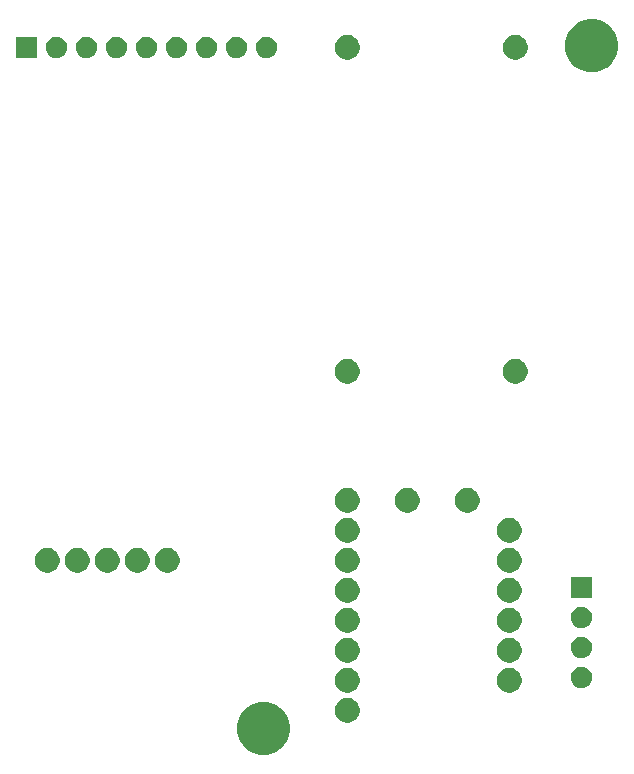
<source format=gbr>
G04 #@! TF.GenerationSoftware,KiCad,Pcbnew,(5.1.5)-3*
G04 #@! TF.CreationDate,2020-02-27T11:18:57-07:00*
G04 #@! TF.ProjectId,matildaboard,6d617469-6c64-4616-926f-6172642e6b69,rev?*
G04 #@! TF.SameCoordinates,Original*
G04 #@! TF.FileFunction,Soldermask,Top*
G04 #@! TF.FilePolarity,Negative*
%FSLAX46Y46*%
G04 Gerber Fmt 4.6, Leading zero omitted, Abs format (unit mm)*
G04 Created by KiCad (PCBNEW (5.1.5)-3) date 2020-02-27 11:18:57*
%MOMM*%
%LPD*%
G04 APERTURE LIST*
%ADD10C,0.100000*%
G04 APERTURE END LIST*
D10*
G36*
X140991880Y-104947776D02*
G01*
X141372593Y-105023504D01*
X141782249Y-105193189D01*
X142150929Y-105439534D01*
X142464466Y-105753071D01*
X142710811Y-106121751D01*
X142880496Y-106531407D01*
X142967000Y-106966296D01*
X142967000Y-107409704D01*
X142880496Y-107844593D01*
X142710811Y-108254249D01*
X142464466Y-108622929D01*
X142150929Y-108936466D01*
X141782249Y-109182811D01*
X141372593Y-109352496D01*
X140991880Y-109428224D01*
X140937705Y-109439000D01*
X140494295Y-109439000D01*
X140440120Y-109428224D01*
X140059407Y-109352496D01*
X139649751Y-109182811D01*
X139281071Y-108936466D01*
X138967534Y-108622929D01*
X138721189Y-108254249D01*
X138551504Y-107844593D01*
X138465000Y-107409704D01*
X138465000Y-106966296D01*
X138551504Y-106531407D01*
X138721189Y-106121751D01*
X138967534Y-105753071D01*
X139281071Y-105439534D01*
X139649751Y-105193189D01*
X140059407Y-105023504D01*
X140440120Y-104947776D01*
X140494295Y-104937000D01*
X140937705Y-104937000D01*
X140991880Y-104947776D01*
G37*
G36*
X148134564Y-104653389D02*
G01*
X148325833Y-104732615D01*
X148325835Y-104732616D01*
X148497973Y-104847635D01*
X148644365Y-104994027D01*
X148739897Y-105137000D01*
X148759385Y-105166167D01*
X148838611Y-105357436D01*
X148879000Y-105560484D01*
X148879000Y-105767516D01*
X148838611Y-105970564D01*
X148801247Y-106060769D01*
X148759384Y-106161835D01*
X148644365Y-106333973D01*
X148497973Y-106480365D01*
X148325835Y-106595384D01*
X148325834Y-106595385D01*
X148325833Y-106595385D01*
X148134564Y-106674611D01*
X147931516Y-106715000D01*
X147724484Y-106715000D01*
X147521436Y-106674611D01*
X147330167Y-106595385D01*
X147330166Y-106595385D01*
X147330165Y-106595384D01*
X147158027Y-106480365D01*
X147011635Y-106333973D01*
X146896616Y-106161835D01*
X146854753Y-106060769D01*
X146817389Y-105970564D01*
X146777000Y-105767516D01*
X146777000Y-105560484D01*
X146817389Y-105357436D01*
X146896615Y-105166167D01*
X146916104Y-105137000D01*
X147011635Y-104994027D01*
X147158027Y-104847635D01*
X147330165Y-104732616D01*
X147330167Y-104732615D01*
X147521436Y-104653389D01*
X147724484Y-104613000D01*
X147931516Y-104613000D01*
X148134564Y-104653389D01*
G37*
G36*
X148134564Y-102113389D02*
G01*
X148325833Y-102192615D01*
X148325835Y-102192616D01*
X148497973Y-102307635D01*
X148644365Y-102454027D01*
X148746705Y-102607189D01*
X148759385Y-102626167D01*
X148838611Y-102817436D01*
X148879000Y-103020484D01*
X148879000Y-103227516D01*
X148838611Y-103430564D01*
X148759385Y-103621833D01*
X148759384Y-103621835D01*
X148644365Y-103793973D01*
X148497973Y-103940365D01*
X148325835Y-104055384D01*
X148325834Y-104055385D01*
X148325833Y-104055385D01*
X148134564Y-104134611D01*
X147931516Y-104175000D01*
X147724484Y-104175000D01*
X147521436Y-104134611D01*
X147330167Y-104055385D01*
X147330166Y-104055385D01*
X147330165Y-104055384D01*
X147158027Y-103940365D01*
X147011635Y-103793973D01*
X146896616Y-103621835D01*
X146896615Y-103621833D01*
X146817389Y-103430564D01*
X146777000Y-103227516D01*
X146777000Y-103020484D01*
X146817389Y-102817436D01*
X146896615Y-102626167D01*
X146909296Y-102607189D01*
X147011635Y-102454027D01*
X147158027Y-102307635D01*
X147330165Y-102192616D01*
X147330167Y-102192615D01*
X147521436Y-102113389D01*
X147724484Y-102073000D01*
X147931516Y-102073000D01*
X148134564Y-102113389D01*
G37*
G36*
X161850564Y-102113389D02*
G01*
X162041833Y-102192615D01*
X162041835Y-102192616D01*
X162213973Y-102307635D01*
X162360365Y-102454027D01*
X162462705Y-102607189D01*
X162475385Y-102626167D01*
X162554611Y-102817436D01*
X162595000Y-103020484D01*
X162595000Y-103227516D01*
X162554611Y-103430564D01*
X162475385Y-103621833D01*
X162475384Y-103621835D01*
X162360365Y-103793973D01*
X162213973Y-103940365D01*
X162041835Y-104055384D01*
X162041834Y-104055385D01*
X162041833Y-104055385D01*
X161850564Y-104134611D01*
X161647516Y-104175000D01*
X161440484Y-104175000D01*
X161237436Y-104134611D01*
X161046167Y-104055385D01*
X161046166Y-104055385D01*
X161046165Y-104055384D01*
X160874027Y-103940365D01*
X160727635Y-103793973D01*
X160612616Y-103621835D01*
X160612615Y-103621833D01*
X160533389Y-103430564D01*
X160493000Y-103227516D01*
X160493000Y-103020484D01*
X160533389Y-102817436D01*
X160612615Y-102626167D01*
X160625296Y-102607189D01*
X160727635Y-102454027D01*
X160874027Y-102307635D01*
X161046165Y-102192616D01*
X161046167Y-102192615D01*
X161237436Y-102113389D01*
X161440484Y-102073000D01*
X161647516Y-102073000D01*
X161850564Y-102113389D01*
G37*
G36*
X167753512Y-101973927D02*
G01*
X167902812Y-102003624D01*
X168066784Y-102071544D01*
X168214354Y-102170147D01*
X168339853Y-102295646D01*
X168438456Y-102443216D01*
X168506376Y-102607188D01*
X168541000Y-102781259D01*
X168541000Y-102958741D01*
X168506376Y-103132812D01*
X168438456Y-103296784D01*
X168339853Y-103444354D01*
X168214354Y-103569853D01*
X168066784Y-103668456D01*
X167902812Y-103736376D01*
X167753512Y-103766073D01*
X167728742Y-103771000D01*
X167551258Y-103771000D01*
X167526488Y-103766073D01*
X167377188Y-103736376D01*
X167213216Y-103668456D01*
X167065646Y-103569853D01*
X166940147Y-103444354D01*
X166841544Y-103296784D01*
X166773624Y-103132812D01*
X166739000Y-102958741D01*
X166739000Y-102781259D01*
X166773624Y-102607188D01*
X166841544Y-102443216D01*
X166940147Y-102295646D01*
X167065646Y-102170147D01*
X167213216Y-102071544D01*
X167377188Y-102003624D01*
X167526488Y-101973927D01*
X167551258Y-101969000D01*
X167728742Y-101969000D01*
X167753512Y-101973927D01*
G37*
G36*
X161850564Y-99573389D02*
G01*
X162041833Y-99652615D01*
X162041835Y-99652616D01*
X162213973Y-99767635D01*
X162360365Y-99914027D01*
X162462705Y-100067189D01*
X162475385Y-100086167D01*
X162554611Y-100277436D01*
X162595000Y-100480484D01*
X162595000Y-100687516D01*
X162554611Y-100890564D01*
X162475385Y-101081833D01*
X162475384Y-101081835D01*
X162360365Y-101253973D01*
X162213973Y-101400365D01*
X162041835Y-101515384D01*
X162041834Y-101515385D01*
X162041833Y-101515385D01*
X161850564Y-101594611D01*
X161647516Y-101635000D01*
X161440484Y-101635000D01*
X161237436Y-101594611D01*
X161046167Y-101515385D01*
X161046166Y-101515385D01*
X161046165Y-101515384D01*
X160874027Y-101400365D01*
X160727635Y-101253973D01*
X160612616Y-101081835D01*
X160612615Y-101081833D01*
X160533389Y-100890564D01*
X160493000Y-100687516D01*
X160493000Y-100480484D01*
X160533389Y-100277436D01*
X160612615Y-100086167D01*
X160625296Y-100067189D01*
X160727635Y-99914027D01*
X160874027Y-99767635D01*
X161046165Y-99652616D01*
X161046167Y-99652615D01*
X161237436Y-99573389D01*
X161440484Y-99533000D01*
X161647516Y-99533000D01*
X161850564Y-99573389D01*
G37*
G36*
X148134564Y-99573389D02*
G01*
X148325833Y-99652615D01*
X148325835Y-99652616D01*
X148497973Y-99767635D01*
X148644365Y-99914027D01*
X148746705Y-100067189D01*
X148759385Y-100086167D01*
X148838611Y-100277436D01*
X148879000Y-100480484D01*
X148879000Y-100687516D01*
X148838611Y-100890564D01*
X148759385Y-101081833D01*
X148759384Y-101081835D01*
X148644365Y-101253973D01*
X148497973Y-101400365D01*
X148325835Y-101515384D01*
X148325834Y-101515385D01*
X148325833Y-101515385D01*
X148134564Y-101594611D01*
X147931516Y-101635000D01*
X147724484Y-101635000D01*
X147521436Y-101594611D01*
X147330167Y-101515385D01*
X147330166Y-101515385D01*
X147330165Y-101515384D01*
X147158027Y-101400365D01*
X147011635Y-101253973D01*
X146896616Y-101081835D01*
X146896615Y-101081833D01*
X146817389Y-100890564D01*
X146777000Y-100687516D01*
X146777000Y-100480484D01*
X146817389Y-100277436D01*
X146896615Y-100086167D01*
X146909296Y-100067189D01*
X147011635Y-99914027D01*
X147158027Y-99767635D01*
X147330165Y-99652616D01*
X147330167Y-99652615D01*
X147521436Y-99573389D01*
X147724484Y-99533000D01*
X147931516Y-99533000D01*
X148134564Y-99573389D01*
G37*
G36*
X167753512Y-99433927D02*
G01*
X167902812Y-99463624D01*
X168066784Y-99531544D01*
X168214354Y-99630147D01*
X168339853Y-99755646D01*
X168438456Y-99903216D01*
X168506376Y-100067188D01*
X168541000Y-100241259D01*
X168541000Y-100418741D01*
X168506376Y-100592812D01*
X168438456Y-100756784D01*
X168339853Y-100904354D01*
X168214354Y-101029853D01*
X168066784Y-101128456D01*
X167902812Y-101196376D01*
X167753512Y-101226073D01*
X167728742Y-101231000D01*
X167551258Y-101231000D01*
X167526488Y-101226073D01*
X167377188Y-101196376D01*
X167213216Y-101128456D01*
X167065646Y-101029853D01*
X166940147Y-100904354D01*
X166841544Y-100756784D01*
X166773624Y-100592812D01*
X166739000Y-100418741D01*
X166739000Y-100241259D01*
X166773624Y-100067188D01*
X166841544Y-99903216D01*
X166940147Y-99755646D01*
X167065646Y-99630147D01*
X167213216Y-99531544D01*
X167377188Y-99463624D01*
X167526488Y-99433927D01*
X167551258Y-99429000D01*
X167728742Y-99429000D01*
X167753512Y-99433927D01*
G37*
G36*
X161850564Y-97033389D02*
G01*
X162041833Y-97112615D01*
X162041835Y-97112616D01*
X162213973Y-97227635D01*
X162360365Y-97374027D01*
X162462705Y-97527189D01*
X162475385Y-97546167D01*
X162554611Y-97737436D01*
X162595000Y-97940484D01*
X162595000Y-98147516D01*
X162554611Y-98350564D01*
X162475385Y-98541833D01*
X162475384Y-98541835D01*
X162360365Y-98713973D01*
X162213973Y-98860365D01*
X162041835Y-98975384D01*
X162041834Y-98975385D01*
X162041833Y-98975385D01*
X161850564Y-99054611D01*
X161647516Y-99095000D01*
X161440484Y-99095000D01*
X161237436Y-99054611D01*
X161046167Y-98975385D01*
X161046166Y-98975385D01*
X161046165Y-98975384D01*
X160874027Y-98860365D01*
X160727635Y-98713973D01*
X160612616Y-98541835D01*
X160612615Y-98541833D01*
X160533389Y-98350564D01*
X160493000Y-98147516D01*
X160493000Y-97940484D01*
X160533389Y-97737436D01*
X160612615Y-97546167D01*
X160625296Y-97527189D01*
X160727635Y-97374027D01*
X160874027Y-97227635D01*
X161046165Y-97112616D01*
X161046167Y-97112615D01*
X161237436Y-97033389D01*
X161440484Y-96993000D01*
X161647516Y-96993000D01*
X161850564Y-97033389D01*
G37*
G36*
X148134564Y-97033389D02*
G01*
X148325833Y-97112615D01*
X148325835Y-97112616D01*
X148497973Y-97227635D01*
X148644365Y-97374027D01*
X148746705Y-97527189D01*
X148759385Y-97546167D01*
X148838611Y-97737436D01*
X148879000Y-97940484D01*
X148879000Y-98147516D01*
X148838611Y-98350564D01*
X148759385Y-98541833D01*
X148759384Y-98541835D01*
X148644365Y-98713973D01*
X148497973Y-98860365D01*
X148325835Y-98975384D01*
X148325834Y-98975385D01*
X148325833Y-98975385D01*
X148134564Y-99054611D01*
X147931516Y-99095000D01*
X147724484Y-99095000D01*
X147521436Y-99054611D01*
X147330167Y-98975385D01*
X147330166Y-98975385D01*
X147330165Y-98975384D01*
X147158027Y-98860365D01*
X147011635Y-98713973D01*
X146896616Y-98541835D01*
X146896615Y-98541833D01*
X146817389Y-98350564D01*
X146777000Y-98147516D01*
X146777000Y-97940484D01*
X146817389Y-97737436D01*
X146896615Y-97546167D01*
X146909296Y-97527189D01*
X147011635Y-97374027D01*
X147158027Y-97227635D01*
X147330165Y-97112616D01*
X147330167Y-97112615D01*
X147521436Y-97033389D01*
X147724484Y-96993000D01*
X147931516Y-96993000D01*
X148134564Y-97033389D01*
G37*
G36*
X167753512Y-96893927D02*
G01*
X167902812Y-96923624D01*
X168066784Y-96991544D01*
X168214354Y-97090147D01*
X168339853Y-97215646D01*
X168438456Y-97363216D01*
X168506376Y-97527188D01*
X168541000Y-97701259D01*
X168541000Y-97878741D01*
X168506376Y-98052812D01*
X168438456Y-98216784D01*
X168339853Y-98364354D01*
X168214354Y-98489853D01*
X168066784Y-98588456D01*
X167902812Y-98656376D01*
X167753512Y-98686073D01*
X167728742Y-98691000D01*
X167551258Y-98691000D01*
X167526488Y-98686073D01*
X167377188Y-98656376D01*
X167213216Y-98588456D01*
X167065646Y-98489853D01*
X166940147Y-98364354D01*
X166841544Y-98216784D01*
X166773624Y-98052812D01*
X166739000Y-97878741D01*
X166739000Y-97701259D01*
X166773624Y-97527188D01*
X166841544Y-97363216D01*
X166940147Y-97215646D01*
X167065646Y-97090147D01*
X167213216Y-96991544D01*
X167377188Y-96923624D01*
X167526488Y-96893927D01*
X167551258Y-96889000D01*
X167728742Y-96889000D01*
X167753512Y-96893927D01*
G37*
G36*
X148134564Y-94493389D02*
G01*
X148325833Y-94572615D01*
X148325835Y-94572616D01*
X148497973Y-94687635D01*
X148644365Y-94834027D01*
X148759385Y-95006167D01*
X148838611Y-95197436D01*
X148879000Y-95400484D01*
X148879000Y-95607516D01*
X148838611Y-95810564D01*
X148759385Y-96001833D01*
X148759384Y-96001835D01*
X148644365Y-96173973D01*
X148497973Y-96320365D01*
X148325835Y-96435384D01*
X148325834Y-96435385D01*
X148325833Y-96435385D01*
X148134564Y-96514611D01*
X147931516Y-96555000D01*
X147724484Y-96555000D01*
X147521436Y-96514611D01*
X147330167Y-96435385D01*
X147330166Y-96435385D01*
X147330165Y-96435384D01*
X147158027Y-96320365D01*
X147011635Y-96173973D01*
X146896616Y-96001835D01*
X146896615Y-96001833D01*
X146817389Y-95810564D01*
X146777000Y-95607516D01*
X146777000Y-95400484D01*
X146817389Y-95197436D01*
X146896615Y-95006167D01*
X147011635Y-94834027D01*
X147158027Y-94687635D01*
X147330165Y-94572616D01*
X147330167Y-94572615D01*
X147521436Y-94493389D01*
X147724484Y-94453000D01*
X147931516Y-94453000D01*
X148134564Y-94493389D01*
G37*
G36*
X161850564Y-94493389D02*
G01*
X162041833Y-94572615D01*
X162041835Y-94572616D01*
X162213973Y-94687635D01*
X162360365Y-94834027D01*
X162475385Y-95006167D01*
X162554611Y-95197436D01*
X162595000Y-95400484D01*
X162595000Y-95607516D01*
X162554611Y-95810564D01*
X162475385Y-96001833D01*
X162475384Y-96001835D01*
X162360365Y-96173973D01*
X162213973Y-96320365D01*
X162041835Y-96435384D01*
X162041834Y-96435385D01*
X162041833Y-96435385D01*
X161850564Y-96514611D01*
X161647516Y-96555000D01*
X161440484Y-96555000D01*
X161237436Y-96514611D01*
X161046167Y-96435385D01*
X161046166Y-96435385D01*
X161046165Y-96435384D01*
X160874027Y-96320365D01*
X160727635Y-96173973D01*
X160612616Y-96001835D01*
X160612615Y-96001833D01*
X160533389Y-95810564D01*
X160493000Y-95607516D01*
X160493000Y-95400484D01*
X160533389Y-95197436D01*
X160612615Y-95006167D01*
X160727635Y-94834027D01*
X160874027Y-94687635D01*
X161046165Y-94572616D01*
X161046167Y-94572615D01*
X161237436Y-94493389D01*
X161440484Y-94453000D01*
X161647516Y-94453000D01*
X161850564Y-94493389D01*
G37*
G36*
X168541000Y-96151000D02*
G01*
X166739000Y-96151000D01*
X166739000Y-94349000D01*
X168541000Y-94349000D01*
X168541000Y-96151000D01*
G37*
G36*
X122734564Y-91953389D02*
G01*
X122925833Y-92032615D01*
X122925835Y-92032616D01*
X123097973Y-92147635D01*
X123244365Y-92294027D01*
X123359385Y-92466167D01*
X123438611Y-92657436D01*
X123479000Y-92860484D01*
X123479000Y-93067516D01*
X123438611Y-93270564D01*
X123359385Y-93461833D01*
X123359384Y-93461835D01*
X123244365Y-93633973D01*
X123097973Y-93780365D01*
X122925835Y-93895384D01*
X122925834Y-93895385D01*
X122925833Y-93895385D01*
X122734564Y-93974611D01*
X122531516Y-94015000D01*
X122324484Y-94015000D01*
X122121436Y-93974611D01*
X121930167Y-93895385D01*
X121930166Y-93895385D01*
X121930165Y-93895384D01*
X121758027Y-93780365D01*
X121611635Y-93633973D01*
X121496616Y-93461835D01*
X121496615Y-93461833D01*
X121417389Y-93270564D01*
X121377000Y-93067516D01*
X121377000Y-92860484D01*
X121417389Y-92657436D01*
X121496615Y-92466167D01*
X121611635Y-92294027D01*
X121758027Y-92147635D01*
X121930165Y-92032616D01*
X121930167Y-92032615D01*
X122121436Y-91953389D01*
X122324484Y-91913000D01*
X122531516Y-91913000D01*
X122734564Y-91953389D01*
G37*
G36*
X127814564Y-91953389D02*
G01*
X128005833Y-92032615D01*
X128005835Y-92032616D01*
X128177973Y-92147635D01*
X128324365Y-92294027D01*
X128439385Y-92466167D01*
X128518611Y-92657436D01*
X128559000Y-92860484D01*
X128559000Y-93067516D01*
X128518611Y-93270564D01*
X128439385Y-93461833D01*
X128439384Y-93461835D01*
X128324365Y-93633973D01*
X128177973Y-93780365D01*
X128005835Y-93895384D01*
X128005834Y-93895385D01*
X128005833Y-93895385D01*
X127814564Y-93974611D01*
X127611516Y-94015000D01*
X127404484Y-94015000D01*
X127201436Y-93974611D01*
X127010167Y-93895385D01*
X127010166Y-93895385D01*
X127010165Y-93895384D01*
X126838027Y-93780365D01*
X126691635Y-93633973D01*
X126576616Y-93461835D01*
X126576615Y-93461833D01*
X126497389Y-93270564D01*
X126457000Y-93067516D01*
X126457000Y-92860484D01*
X126497389Y-92657436D01*
X126576615Y-92466167D01*
X126691635Y-92294027D01*
X126838027Y-92147635D01*
X127010165Y-92032616D01*
X127010167Y-92032615D01*
X127201436Y-91953389D01*
X127404484Y-91913000D01*
X127611516Y-91913000D01*
X127814564Y-91953389D01*
G37*
G36*
X130354564Y-91953389D02*
G01*
X130545833Y-92032615D01*
X130545835Y-92032616D01*
X130717973Y-92147635D01*
X130864365Y-92294027D01*
X130979385Y-92466167D01*
X131058611Y-92657436D01*
X131099000Y-92860484D01*
X131099000Y-93067516D01*
X131058611Y-93270564D01*
X130979385Y-93461833D01*
X130979384Y-93461835D01*
X130864365Y-93633973D01*
X130717973Y-93780365D01*
X130545835Y-93895384D01*
X130545834Y-93895385D01*
X130545833Y-93895385D01*
X130354564Y-93974611D01*
X130151516Y-94015000D01*
X129944484Y-94015000D01*
X129741436Y-93974611D01*
X129550167Y-93895385D01*
X129550166Y-93895385D01*
X129550165Y-93895384D01*
X129378027Y-93780365D01*
X129231635Y-93633973D01*
X129116616Y-93461835D01*
X129116615Y-93461833D01*
X129037389Y-93270564D01*
X128997000Y-93067516D01*
X128997000Y-92860484D01*
X129037389Y-92657436D01*
X129116615Y-92466167D01*
X129231635Y-92294027D01*
X129378027Y-92147635D01*
X129550165Y-92032616D01*
X129550167Y-92032615D01*
X129741436Y-91953389D01*
X129944484Y-91913000D01*
X130151516Y-91913000D01*
X130354564Y-91953389D01*
G37*
G36*
X161850564Y-91953389D02*
G01*
X162041833Y-92032615D01*
X162041835Y-92032616D01*
X162213973Y-92147635D01*
X162360365Y-92294027D01*
X162475385Y-92466167D01*
X162554611Y-92657436D01*
X162595000Y-92860484D01*
X162595000Y-93067516D01*
X162554611Y-93270564D01*
X162475385Y-93461833D01*
X162475384Y-93461835D01*
X162360365Y-93633973D01*
X162213973Y-93780365D01*
X162041835Y-93895384D01*
X162041834Y-93895385D01*
X162041833Y-93895385D01*
X161850564Y-93974611D01*
X161647516Y-94015000D01*
X161440484Y-94015000D01*
X161237436Y-93974611D01*
X161046167Y-93895385D01*
X161046166Y-93895385D01*
X161046165Y-93895384D01*
X160874027Y-93780365D01*
X160727635Y-93633973D01*
X160612616Y-93461835D01*
X160612615Y-93461833D01*
X160533389Y-93270564D01*
X160493000Y-93067516D01*
X160493000Y-92860484D01*
X160533389Y-92657436D01*
X160612615Y-92466167D01*
X160727635Y-92294027D01*
X160874027Y-92147635D01*
X161046165Y-92032616D01*
X161046167Y-92032615D01*
X161237436Y-91953389D01*
X161440484Y-91913000D01*
X161647516Y-91913000D01*
X161850564Y-91953389D01*
G37*
G36*
X148134564Y-91953389D02*
G01*
X148325833Y-92032615D01*
X148325835Y-92032616D01*
X148497973Y-92147635D01*
X148644365Y-92294027D01*
X148759385Y-92466167D01*
X148838611Y-92657436D01*
X148879000Y-92860484D01*
X148879000Y-93067516D01*
X148838611Y-93270564D01*
X148759385Y-93461833D01*
X148759384Y-93461835D01*
X148644365Y-93633973D01*
X148497973Y-93780365D01*
X148325835Y-93895384D01*
X148325834Y-93895385D01*
X148325833Y-93895385D01*
X148134564Y-93974611D01*
X147931516Y-94015000D01*
X147724484Y-94015000D01*
X147521436Y-93974611D01*
X147330167Y-93895385D01*
X147330166Y-93895385D01*
X147330165Y-93895384D01*
X147158027Y-93780365D01*
X147011635Y-93633973D01*
X146896616Y-93461835D01*
X146896615Y-93461833D01*
X146817389Y-93270564D01*
X146777000Y-93067516D01*
X146777000Y-92860484D01*
X146817389Y-92657436D01*
X146896615Y-92466167D01*
X147011635Y-92294027D01*
X147158027Y-92147635D01*
X147330165Y-92032616D01*
X147330167Y-92032615D01*
X147521436Y-91953389D01*
X147724484Y-91913000D01*
X147931516Y-91913000D01*
X148134564Y-91953389D01*
G37*
G36*
X125274564Y-91953389D02*
G01*
X125465833Y-92032615D01*
X125465835Y-92032616D01*
X125637973Y-92147635D01*
X125784365Y-92294027D01*
X125899385Y-92466167D01*
X125978611Y-92657436D01*
X126019000Y-92860484D01*
X126019000Y-93067516D01*
X125978611Y-93270564D01*
X125899385Y-93461833D01*
X125899384Y-93461835D01*
X125784365Y-93633973D01*
X125637973Y-93780365D01*
X125465835Y-93895384D01*
X125465834Y-93895385D01*
X125465833Y-93895385D01*
X125274564Y-93974611D01*
X125071516Y-94015000D01*
X124864484Y-94015000D01*
X124661436Y-93974611D01*
X124470167Y-93895385D01*
X124470166Y-93895385D01*
X124470165Y-93895384D01*
X124298027Y-93780365D01*
X124151635Y-93633973D01*
X124036616Y-93461835D01*
X124036615Y-93461833D01*
X123957389Y-93270564D01*
X123917000Y-93067516D01*
X123917000Y-92860484D01*
X123957389Y-92657436D01*
X124036615Y-92466167D01*
X124151635Y-92294027D01*
X124298027Y-92147635D01*
X124470165Y-92032616D01*
X124470167Y-92032615D01*
X124661436Y-91953389D01*
X124864484Y-91913000D01*
X125071516Y-91913000D01*
X125274564Y-91953389D01*
G37*
G36*
X132894564Y-91953389D02*
G01*
X133085833Y-92032615D01*
X133085835Y-92032616D01*
X133257973Y-92147635D01*
X133404365Y-92294027D01*
X133519385Y-92466167D01*
X133598611Y-92657436D01*
X133639000Y-92860484D01*
X133639000Y-93067516D01*
X133598611Y-93270564D01*
X133519385Y-93461833D01*
X133519384Y-93461835D01*
X133404365Y-93633973D01*
X133257973Y-93780365D01*
X133085835Y-93895384D01*
X133085834Y-93895385D01*
X133085833Y-93895385D01*
X132894564Y-93974611D01*
X132691516Y-94015000D01*
X132484484Y-94015000D01*
X132281436Y-93974611D01*
X132090167Y-93895385D01*
X132090166Y-93895385D01*
X132090165Y-93895384D01*
X131918027Y-93780365D01*
X131771635Y-93633973D01*
X131656616Y-93461835D01*
X131656615Y-93461833D01*
X131577389Y-93270564D01*
X131537000Y-93067516D01*
X131537000Y-92860484D01*
X131577389Y-92657436D01*
X131656615Y-92466167D01*
X131771635Y-92294027D01*
X131918027Y-92147635D01*
X132090165Y-92032616D01*
X132090167Y-92032615D01*
X132281436Y-91953389D01*
X132484484Y-91913000D01*
X132691516Y-91913000D01*
X132894564Y-91953389D01*
G37*
G36*
X161850564Y-89413389D02*
G01*
X162041833Y-89492615D01*
X162041835Y-89492616D01*
X162213973Y-89607635D01*
X162360365Y-89754027D01*
X162475385Y-89926167D01*
X162554611Y-90117436D01*
X162595000Y-90320484D01*
X162595000Y-90527516D01*
X162554611Y-90730564D01*
X162475385Y-90921833D01*
X162475384Y-90921835D01*
X162360365Y-91093973D01*
X162213973Y-91240365D01*
X162041835Y-91355384D01*
X162041834Y-91355385D01*
X162041833Y-91355385D01*
X161850564Y-91434611D01*
X161647516Y-91475000D01*
X161440484Y-91475000D01*
X161237436Y-91434611D01*
X161046167Y-91355385D01*
X161046166Y-91355385D01*
X161046165Y-91355384D01*
X160874027Y-91240365D01*
X160727635Y-91093973D01*
X160612616Y-90921835D01*
X160612615Y-90921833D01*
X160533389Y-90730564D01*
X160493000Y-90527516D01*
X160493000Y-90320484D01*
X160533389Y-90117436D01*
X160612615Y-89926167D01*
X160727635Y-89754027D01*
X160874027Y-89607635D01*
X161046165Y-89492616D01*
X161046167Y-89492615D01*
X161237436Y-89413389D01*
X161440484Y-89373000D01*
X161647516Y-89373000D01*
X161850564Y-89413389D01*
G37*
G36*
X148134564Y-89413389D02*
G01*
X148325833Y-89492615D01*
X148325835Y-89492616D01*
X148497973Y-89607635D01*
X148644365Y-89754027D01*
X148759385Y-89926167D01*
X148838611Y-90117436D01*
X148879000Y-90320484D01*
X148879000Y-90527516D01*
X148838611Y-90730564D01*
X148759385Y-90921833D01*
X148759384Y-90921835D01*
X148644365Y-91093973D01*
X148497973Y-91240365D01*
X148325835Y-91355384D01*
X148325834Y-91355385D01*
X148325833Y-91355385D01*
X148134564Y-91434611D01*
X147931516Y-91475000D01*
X147724484Y-91475000D01*
X147521436Y-91434611D01*
X147330167Y-91355385D01*
X147330166Y-91355385D01*
X147330165Y-91355384D01*
X147158027Y-91240365D01*
X147011635Y-91093973D01*
X146896616Y-90921835D01*
X146896615Y-90921833D01*
X146817389Y-90730564D01*
X146777000Y-90527516D01*
X146777000Y-90320484D01*
X146817389Y-90117436D01*
X146896615Y-89926167D01*
X147011635Y-89754027D01*
X147158027Y-89607635D01*
X147330165Y-89492616D01*
X147330167Y-89492615D01*
X147521436Y-89413389D01*
X147724484Y-89373000D01*
X147931516Y-89373000D01*
X148134564Y-89413389D01*
G37*
G36*
X158294564Y-86873389D02*
G01*
X158485833Y-86952615D01*
X158485835Y-86952616D01*
X158657973Y-87067635D01*
X158804365Y-87214027D01*
X158919385Y-87386167D01*
X158998611Y-87577436D01*
X159039000Y-87780484D01*
X159039000Y-87987516D01*
X158998611Y-88190564D01*
X158919385Y-88381833D01*
X158919384Y-88381835D01*
X158804365Y-88553973D01*
X158657973Y-88700365D01*
X158485835Y-88815384D01*
X158485834Y-88815385D01*
X158485833Y-88815385D01*
X158294564Y-88894611D01*
X158091516Y-88935000D01*
X157884484Y-88935000D01*
X157681436Y-88894611D01*
X157490167Y-88815385D01*
X157490166Y-88815385D01*
X157490165Y-88815384D01*
X157318027Y-88700365D01*
X157171635Y-88553973D01*
X157056616Y-88381835D01*
X157056615Y-88381833D01*
X156977389Y-88190564D01*
X156937000Y-87987516D01*
X156937000Y-87780484D01*
X156977389Y-87577436D01*
X157056615Y-87386167D01*
X157171635Y-87214027D01*
X157318027Y-87067635D01*
X157490165Y-86952616D01*
X157490167Y-86952615D01*
X157681436Y-86873389D01*
X157884484Y-86833000D01*
X158091516Y-86833000D01*
X158294564Y-86873389D01*
G37*
G36*
X153214564Y-86873389D02*
G01*
X153405833Y-86952615D01*
X153405835Y-86952616D01*
X153577973Y-87067635D01*
X153724365Y-87214027D01*
X153839385Y-87386167D01*
X153918611Y-87577436D01*
X153959000Y-87780484D01*
X153959000Y-87987516D01*
X153918611Y-88190564D01*
X153839385Y-88381833D01*
X153839384Y-88381835D01*
X153724365Y-88553973D01*
X153577973Y-88700365D01*
X153405835Y-88815384D01*
X153405834Y-88815385D01*
X153405833Y-88815385D01*
X153214564Y-88894611D01*
X153011516Y-88935000D01*
X152804484Y-88935000D01*
X152601436Y-88894611D01*
X152410167Y-88815385D01*
X152410166Y-88815385D01*
X152410165Y-88815384D01*
X152238027Y-88700365D01*
X152091635Y-88553973D01*
X151976616Y-88381835D01*
X151976615Y-88381833D01*
X151897389Y-88190564D01*
X151857000Y-87987516D01*
X151857000Y-87780484D01*
X151897389Y-87577436D01*
X151976615Y-87386167D01*
X152091635Y-87214027D01*
X152238027Y-87067635D01*
X152410165Y-86952616D01*
X152410167Y-86952615D01*
X152601436Y-86873389D01*
X152804484Y-86833000D01*
X153011516Y-86833000D01*
X153214564Y-86873389D01*
G37*
G36*
X148134564Y-86873389D02*
G01*
X148325833Y-86952615D01*
X148325835Y-86952616D01*
X148497973Y-87067635D01*
X148644365Y-87214027D01*
X148759385Y-87386167D01*
X148838611Y-87577436D01*
X148879000Y-87780484D01*
X148879000Y-87987516D01*
X148838611Y-88190564D01*
X148759385Y-88381833D01*
X148759384Y-88381835D01*
X148644365Y-88553973D01*
X148497973Y-88700365D01*
X148325835Y-88815384D01*
X148325834Y-88815385D01*
X148325833Y-88815385D01*
X148134564Y-88894611D01*
X147931516Y-88935000D01*
X147724484Y-88935000D01*
X147521436Y-88894611D01*
X147330167Y-88815385D01*
X147330166Y-88815385D01*
X147330165Y-88815384D01*
X147158027Y-88700365D01*
X147011635Y-88553973D01*
X146896616Y-88381835D01*
X146896615Y-88381833D01*
X146817389Y-88190564D01*
X146777000Y-87987516D01*
X146777000Y-87780484D01*
X146817389Y-87577436D01*
X146896615Y-87386167D01*
X147011635Y-87214027D01*
X147158027Y-87067635D01*
X147330165Y-86952616D01*
X147330167Y-86952615D01*
X147521436Y-86873389D01*
X147724484Y-86833000D01*
X147931516Y-86833000D01*
X148134564Y-86873389D01*
G37*
G36*
X148134564Y-75951389D02*
G01*
X148325833Y-76030615D01*
X148325835Y-76030616D01*
X148497973Y-76145635D01*
X148644365Y-76292027D01*
X148759385Y-76464167D01*
X148838611Y-76655436D01*
X148879000Y-76858484D01*
X148879000Y-77065516D01*
X148838611Y-77268564D01*
X148759385Y-77459833D01*
X148759384Y-77459835D01*
X148644365Y-77631973D01*
X148497973Y-77778365D01*
X148325835Y-77893384D01*
X148325834Y-77893385D01*
X148325833Y-77893385D01*
X148134564Y-77972611D01*
X147931516Y-78013000D01*
X147724484Y-78013000D01*
X147521436Y-77972611D01*
X147330167Y-77893385D01*
X147330166Y-77893385D01*
X147330165Y-77893384D01*
X147158027Y-77778365D01*
X147011635Y-77631973D01*
X146896616Y-77459835D01*
X146896615Y-77459833D01*
X146817389Y-77268564D01*
X146777000Y-77065516D01*
X146777000Y-76858484D01*
X146817389Y-76655436D01*
X146896615Y-76464167D01*
X147011635Y-76292027D01*
X147158027Y-76145635D01*
X147330165Y-76030616D01*
X147330167Y-76030615D01*
X147521436Y-75951389D01*
X147724484Y-75911000D01*
X147931516Y-75911000D01*
X148134564Y-75951389D01*
G37*
G36*
X162358564Y-75951389D02*
G01*
X162549833Y-76030615D01*
X162549835Y-76030616D01*
X162721973Y-76145635D01*
X162868365Y-76292027D01*
X162983385Y-76464167D01*
X163062611Y-76655436D01*
X163103000Y-76858484D01*
X163103000Y-77065516D01*
X163062611Y-77268564D01*
X162983385Y-77459833D01*
X162983384Y-77459835D01*
X162868365Y-77631973D01*
X162721973Y-77778365D01*
X162549835Y-77893384D01*
X162549834Y-77893385D01*
X162549833Y-77893385D01*
X162358564Y-77972611D01*
X162155516Y-78013000D01*
X161948484Y-78013000D01*
X161745436Y-77972611D01*
X161554167Y-77893385D01*
X161554166Y-77893385D01*
X161554165Y-77893384D01*
X161382027Y-77778365D01*
X161235635Y-77631973D01*
X161120616Y-77459835D01*
X161120615Y-77459833D01*
X161041389Y-77268564D01*
X161001000Y-77065516D01*
X161001000Y-76858484D01*
X161041389Y-76655436D01*
X161120615Y-76464167D01*
X161235635Y-76292027D01*
X161382027Y-76145635D01*
X161554165Y-76030616D01*
X161554167Y-76030615D01*
X161745436Y-75951389D01*
X161948484Y-75911000D01*
X162155516Y-75911000D01*
X162358564Y-75951389D01*
G37*
G36*
X168804880Y-47162776D02*
G01*
X169185593Y-47238504D01*
X169595249Y-47408189D01*
X169963929Y-47654534D01*
X170277466Y-47968071D01*
X170523811Y-48336751D01*
X170693496Y-48746407D01*
X170780000Y-49181296D01*
X170780000Y-49624704D01*
X170693496Y-50059593D01*
X170523811Y-50469249D01*
X170277466Y-50837929D01*
X169963929Y-51151466D01*
X169595249Y-51397811D01*
X169185593Y-51567496D01*
X168804880Y-51643224D01*
X168750705Y-51654000D01*
X168307295Y-51654000D01*
X168253120Y-51643224D01*
X167872407Y-51567496D01*
X167462751Y-51397811D01*
X167094071Y-51151466D01*
X166780534Y-50837929D01*
X166534189Y-50469249D01*
X166364504Y-50059593D01*
X166278000Y-49624704D01*
X166278000Y-49181296D01*
X166364504Y-48746407D01*
X166534189Y-48336751D01*
X166780534Y-47968071D01*
X167094071Y-47654534D01*
X167462751Y-47408189D01*
X167872407Y-47238504D01*
X168253120Y-47162776D01*
X168307295Y-47152000D01*
X168750705Y-47152000D01*
X168804880Y-47162776D01*
G37*
G36*
X162358564Y-48519389D02*
G01*
X162549833Y-48598615D01*
X162549835Y-48598616D01*
X162721973Y-48713635D01*
X162868365Y-48860027D01*
X162932256Y-48955646D01*
X162983385Y-49032167D01*
X163062611Y-49223436D01*
X163103000Y-49426484D01*
X163103000Y-49633516D01*
X163062611Y-49836564D01*
X163012815Y-49956782D01*
X162983384Y-50027835D01*
X162868365Y-50199973D01*
X162721973Y-50346365D01*
X162549835Y-50461384D01*
X162549834Y-50461385D01*
X162549833Y-50461385D01*
X162358564Y-50540611D01*
X162155516Y-50581000D01*
X161948484Y-50581000D01*
X161745436Y-50540611D01*
X161554167Y-50461385D01*
X161554166Y-50461385D01*
X161554165Y-50461384D01*
X161382027Y-50346365D01*
X161235635Y-50199973D01*
X161120616Y-50027835D01*
X161091185Y-49956782D01*
X161041389Y-49836564D01*
X161001000Y-49633516D01*
X161001000Y-49426484D01*
X161041389Y-49223436D01*
X161120615Y-49032167D01*
X161171745Y-48955646D01*
X161235635Y-48860027D01*
X161382027Y-48713635D01*
X161554165Y-48598616D01*
X161554167Y-48598615D01*
X161745436Y-48519389D01*
X161948484Y-48479000D01*
X162155516Y-48479000D01*
X162358564Y-48519389D01*
G37*
G36*
X148134564Y-48519389D02*
G01*
X148325833Y-48598615D01*
X148325835Y-48598616D01*
X148497973Y-48713635D01*
X148644365Y-48860027D01*
X148708256Y-48955646D01*
X148759385Y-49032167D01*
X148838611Y-49223436D01*
X148879000Y-49426484D01*
X148879000Y-49633516D01*
X148838611Y-49836564D01*
X148788815Y-49956782D01*
X148759384Y-50027835D01*
X148644365Y-50199973D01*
X148497973Y-50346365D01*
X148325835Y-50461384D01*
X148325834Y-50461385D01*
X148325833Y-50461385D01*
X148134564Y-50540611D01*
X147931516Y-50581000D01*
X147724484Y-50581000D01*
X147521436Y-50540611D01*
X147330167Y-50461385D01*
X147330166Y-50461385D01*
X147330165Y-50461384D01*
X147158027Y-50346365D01*
X147011635Y-50199973D01*
X146896616Y-50027835D01*
X146867185Y-49956782D01*
X146817389Y-49836564D01*
X146777000Y-49633516D01*
X146777000Y-49426484D01*
X146817389Y-49223436D01*
X146896615Y-49032167D01*
X146947745Y-48955646D01*
X147011635Y-48860027D01*
X147158027Y-48713635D01*
X147330165Y-48598616D01*
X147330167Y-48598615D01*
X147521436Y-48519389D01*
X147724484Y-48479000D01*
X147931516Y-48479000D01*
X148134564Y-48519389D01*
G37*
G36*
X133463512Y-48633927D02*
G01*
X133612812Y-48663624D01*
X133776784Y-48731544D01*
X133924354Y-48830147D01*
X134049853Y-48955646D01*
X134148456Y-49103216D01*
X134216376Y-49267188D01*
X134251000Y-49441259D01*
X134251000Y-49618741D01*
X134216376Y-49792812D01*
X134148456Y-49956784D01*
X134049853Y-50104354D01*
X133924354Y-50229853D01*
X133776784Y-50328456D01*
X133612812Y-50396376D01*
X133463512Y-50426073D01*
X133438742Y-50431000D01*
X133261258Y-50431000D01*
X133236488Y-50426073D01*
X133087188Y-50396376D01*
X132923216Y-50328456D01*
X132775646Y-50229853D01*
X132650147Y-50104354D01*
X132551544Y-49956784D01*
X132483624Y-49792812D01*
X132449000Y-49618741D01*
X132449000Y-49441259D01*
X132483624Y-49267188D01*
X132551544Y-49103216D01*
X132650147Y-48955646D01*
X132775646Y-48830147D01*
X132923216Y-48731544D01*
X133087188Y-48663624D01*
X133236488Y-48633927D01*
X133261258Y-48629000D01*
X133438742Y-48629000D01*
X133463512Y-48633927D01*
G37*
G36*
X141083512Y-48633927D02*
G01*
X141232812Y-48663624D01*
X141396784Y-48731544D01*
X141544354Y-48830147D01*
X141669853Y-48955646D01*
X141768456Y-49103216D01*
X141836376Y-49267188D01*
X141871000Y-49441259D01*
X141871000Y-49618741D01*
X141836376Y-49792812D01*
X141768456Y-49956784D01*
X141669853Y-50104354D01*
X141544354Y-50229853D01*
X141396784Y-50328456D01*
X141232812Y-50396376D01*
X141083512Y-50426073D01*
X141058742Y-50431000D01*
X140881258Y-50431000D01*
X140856488Y-50426073D01*
X140707188Y-50396376D01*
X140543216Y-50328456D01*
X140395646Y-50229853D01*
X140270147Y-50104354D01*
X140171544Y-49956784D01*
X140103624Y-49792812D01*
X140069000Y-49618741D01*
X140069000Y-49441259D01*
X140103624Y-49267188D01*
X140171544Y-49103216D01*
X140270147Y-48955646D01*
X140395646Y-48830147D01*
X140543216Y-48731544D01*
X140707188Y-48663624D01*
X140856488Y-48633927D01*
X140881258Y-48629000D01*
X141058742Y-48629000D01*
X141083512Y-48633927D01*
G37*
G36*
X138543512Y-48633927D02*
G01*
X138692812Y-48663624D01*
X138856784Y-48731544D01*
X139004354Y-48830147D01*
X139129853Y-48955646D01*
X139228456Y-49103216D01*
X139296376Y-49267188D01*
X139331000Y-49441259D01*
X139331000Y-49618741D01*
X139296376Y-49792812D01*
X139228456Y-49956784D01*
X139129853Y-50104354D01*
X139004354Y-50229853D01*
X138856784Y-50328456D01*
X138692812Y-50396376D01*
X138543512Y-50426073D01*
X138518742Y-50431000D01*
X138341258Y-50431000D01*
X138316488Y-50426073D01*
X138167188Y-50396376D01*
X138003216Y-50328456D01*
X137855646Y-50229853D01*
X137730147Y-50104354D01*
X137631544Y-49956784D01*
X137563624Y-49792812D01*
X137529000Y-49618741D01*
X137529000Y-49441259D01*
X137563624Y-49267188D01*
X137631544Y-49103216D01*
X137730147Y-48955646D01*
X137855646Y-48830147D01*
X138003216Y-48731544D01*
X138167188Y-48663624D01*
X138316488Y-48633927D01*
X138341258Y-48629000D01*
X138518742Y-48629000D01*
X138543512Y-48633927D01*
G37*
G36*
X136003512Y-48633927D02*
G01*
X136152812Y-48663624D01*
X136316784Y-48731544D01*
X136464354Y-48830147D01*
X136589853Y-48955646D01*
X136688456Y-49103216D01*
X136756376Y-49267188D01*
X136791000Y-49441259D01*
X136791000Y-49618741D01*
X136756376Y-49792812D01*
X136688456Y-49956784D01*
X136589853Y-50104354D01*
X136464354Y-50229853D01*
X136316784Y-50328456D01*
X136152812Y-50396376D01*
X136003512Y-50426073D01*
X135978742Y-50431000D01*
X135801258Y-50431000D01*
X135776488Y-50426073D01*
X135627188Y-50396376D01*
X135463216Y-50328456D01*
X135315646Y-50229853D01*
X135190147Y-50104354D01*
X135091544Y-49956784D01*
X135023624Y-49792812D01*
X134989000Y-49618741D01*
X134989000Y-49441259D01*
X135023624Y-49267188D01*
X135091544Y-49103216D01*
X135190147Y-48955646D01*
X135315646Y-48830147D01*
X135463216Y-48731544D01*
X135627188Y-48663624D01*
X135776488Y-48633927D01*
X135801258Y-48629000D01*
X135978742Y-48629000D01*
X136003512Y-48633927D01*
G37*
G36*
X130923512Y-48633927D02*
G01*
X131072812Y-48663624D01*
X131236784Y-48731544D01*
X131384354Y-48830147D01*
X131509853Y-48955646D01*
X131608456Y-49103216D01*
X131676376Y-49267188D01*
X131711000Y-49441259D01*
X131711000Y-49618741D01*
X131676376Y-49792812D01*
X131608456Y-49956784D01*
X131509853Y-50104354D01*
X131384354Y-50229853D01*
X131236784Y-50328456D01*
X131072812Y-50396376D01*
X130923512Y-50426073D01*
X130898742Y-50431000D01*
X130721258Y-50431000D01*
X130696488Y-50426073D01*
X130547188Y-50396376D01*
X130383216Y-50328456D01*
X130235646Y-50229853D01*
X130110147Y-50104354D01*
X130011544Y-49956784D01*
X129943624Y-49792812D01*
X129909000Y-49618741D01*
X129909000Y-49441259D01*
X129943624Y-49267188D01*
X130011544Y-49103216D01*
X130110147Y-48955646D01*
X130235646Y-48830147D01*
X130383216Y-48731544D01*
X130547188Y-48663624D01*
X130696488Y-48633927D01*
X130721258Y-48629000D01*
X130898742Y-48629000D01*
X130923512Y-48633927D01*
G37*
G36*
X128383512Y-48633927D02*
G01*
X128532812Y-48663624D01*
X128696784Y-48731544D01*
X128844354Y-48830147D01*
X128969853Y-48955646D01*
X129068456Y-49103216D01*
X129136376Y-49267188D01*
X129171000Y-49441259D01*
X129171000Y-49618741D01*
X129136376Y-49792812D01*
X129068456Y-49956784D01*
X128969853Y-50104354D01*
X128844354Y-50229853D01*
X128696784Y-50328456D01*
X128532812Y-50396376D01*
X128383512Y-50426073D01*
X128358742Y-50431000D01*
X128181258Y-50431000D01*
X128156488Y-50426073D01*
X128007188Y-50396376D01*
X127843216Y-50328456D01*
X127695646Y-50229853D01*
X127570147Y-50104354D01*
X127471544Y-49956784D01*
X127403624Y-49792812D01*
X127369000Y-49618741D01*
X127369000Y-49441259D01*
X127403624Y-49267188D01*
X127471544Y-49103216D01*
X127570147Y-48955646D01*
X127695646Y-48830147D01*
X127843216Y-48731544D01*
X128007188Y-48663624D01*
X128156488Y-48633927D01*
X128181258Y-48629000D01*
X128358742Y-48629000D01*
X128383512Y-48633927D01*
G37*
G36*
X125843512Y-48633927D02*
G01*
X125992812Y-48663624D01*
X126156784Y-48731544D01*
X126304354Y-48830147D01*
X126429853Y-48955646D01*
X126528456Y-49103216D01*
X126596376Y-49267188D01*
X126631000Y-49441259D01*
X126631000Y-49618741D01*
X126596376Y-49792812D01*
X126528456Y-49956784D01*
X126429853Y-50104354D01*
X126304354Y-50229853D01*
X126156784Y-50328456D01*
X125992812Y-50396376D01*
X125843512Y-50426073D01*
X125818742Y-50431000D01*
X125641258Y-50431000D01*
X125616488Y-50426073D01*
X125467188Y-50396376D01*
X125303216Y-50328456D01*
X125155646Y-50229853D01*
X125030147Y-50104354D01*
X124931544Y-49956784D01*
X124863624Y-49792812D01*
X124829000Y-49618741D01*
X124829000Y-49441259D01*
X124863624Y-49267188D01*
X124931544Y-49103216D01*
X125030147Y-48955646D01*
X125155646Y-48830147D01*
X125303216Y-48731544D01*
X125467188Y-48663624D01*
X125616488Y-48633927D01*
X125641258Y-48629000D01*
X125818742Y-48629000D01*
X125843512Y-48633927D01*
G37*
G36*
X123303512Y-48633927D02*
G01*
X123452812Y-48663624D01*
X123616784Y-48731544D01*
X123764354Y-48830147D01*
X123889853Y-48955646D01*
X123988456Y-49103216D01*
X124056376Y-49267188D01*
X124091000Y-49441259D01*
X124091000Y-49618741D01*
X124056376Y-49792812D01*
X123988456Y-49956784D01*
X123889853Y-50104354D01*
X123764354Y-50229853D01*
X123616784Y-50328456D01*
X123452812Y-50396376D01*
X123303512Y-50426073D01*
X123278742Y-50431000D01*
X123101258Y-50431000D01*
X123076488Y-50426073D01*
X122927188Y-50396376D01*
X122763216Y-50328456D01*
X122615646Y-50229853D01*
X122490147Y-50104354D01*
X122391544Y-49956784D01*
X122323624Y-49792812D01*
X122289000Y-49618741D01*
X122289000Y-49441259D01*
X122323624Y-49267188D01*
X122391544Y-49103216D01*
X122490147Y-48955646D01*
X122615646Y-48830147D01*
X122763216Y-48731544D01*
X122927188Y-48663624D01*
X123076488Y-48633927D01*
X123101258Y-48629000D01*
X123278742Y-48629000D01*
X123303512Y-48633927D01*
G37*
G36*
X121551000Y-50431000D02*
G01*
X119749000Y-50431000D01*
X119749000Y-48629000D01*
X121551000Y-48629000D01*
X121551000Y-50431000D01*
G37*
M02*

</source>
